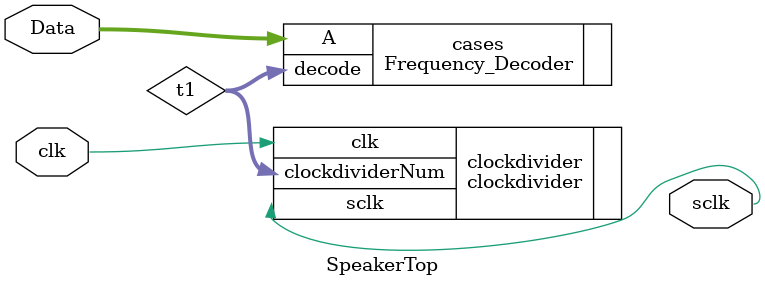
<source format=sv>
`timescale 1ns / 1ps


module SpeakerTop(
    input clk,
    input [7:0] Data,
    output logic sclk
    );
    logic[15:0] t1; 
    
    Frequency_Decoder cases(.A(Data), .decode(t1));
    
    clockdivider clockdivider (.clk(clk),.clockdividerNum(t1),.sclk(sclk));
endmodule

</source>
